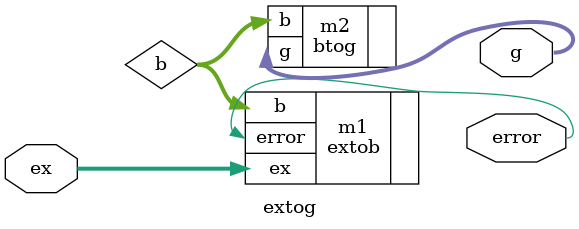
<source format=v>
`timescale 1ns / 1ps


module extog(
    input [3:0] ex,
    output [3:0] g, 
    output error
    );
    wire [3:0]b;
    extob m1 (.ex(ex), .b(b), .error(error));
    btog m2 (.b(b), .g(g));

endmodule

</source>
